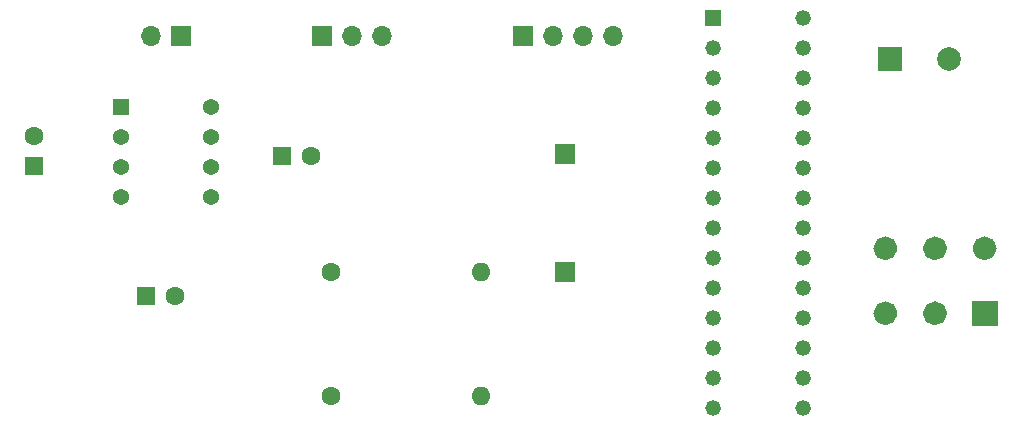
<source format=gbr>
%TF.GenerationSoftware,KiCad,Pcbnew,8.0.8*%
%TF.CreationDate,2025-02-26T21:24:02-07:00*%
%TF.ProjectId,Metal Detector,4d657461-6c20-4446-9574-6563746f722e,rev?*%
%TF.SameCoordinates,Original*%
%TF.FileFunction,Soldermask,Bot*%
%TF.FilePolarity,Negative*%
%FSLAX46Y46*%
G04 Gerber Fmt 4.6, Leading zero omitted, Abs format (unit mm)*
G04 Created by KiCad (PCBNEW 8.0.8) date 2025-02-26 21:24:02*
%MOMM*%
%LPD*%
G01*
G04 APERTURE LIST*
%ADD10C,1.026200*%
%ADD11C,0.010000*%
%ADD12R,1.371600X1.371600*%
%ADD13C,1.371600*%
%ADD14R,1.700000X1.700000*%
%ADD15O,1.700000X1.700000*%
%ADD16C,1.600000*%
%ADD17O,1.600000X1.600000*%
%ADD18R,2.000000X2.000000*%
%ADD19C,2.000000*%
%ADD20R,1.600000X1.600000*%
%ADD21R,1.320800X1.320800*%
%ADD22C,1.320800*%
G04 APERTURE END LIST*
D10*
%TO.C,J2*%
X130113100Y-46500000D02*
G75*
G02*
X129086900Y-46500000I-513100J0D01*
G01*
X129086900Y-46500000D02*
G75*
G02*
X130113100Y-46500000I513100J0D01*
G01*
X130113100Y-52000000D02*
G75*
G02*
X129086900Y-52000000I-513100J0D01*
G01*
X129086900Y-52000000D02*
G75*
G02*
X130113100Y-52000000I513100J0D01*
G01*
X134313100Y-46500000D02*
G75*
G02*
X133286900Y-46500000I-513100J0D01*
G01*
X133286900Y-46500000D02*
G75*
G02*
X134313100Y-46500000I513100J0D01*
G01*
X134313100Y-52000000D02*
G75*
G02*
X133286900Y-52000000I-513100J0D01*
G01*
X133286900Y-52000000D02*
G75*
G02*
X134313100Y-52000000I513100J0D01*
G01*
X138513100Y-46500000D02*
G75*
G02*
X137486900Y-46500000I-513100J0D01*
G01*
X137486900Y-46500000D02*
G75*
G02*
X138513100Y-46500000I513100J0D01*
G01*
D11*
X139026200Y-53026200D02*
X136973800Y-53026200D01*
X136973800Y-50973800D01*
X139026200Y-50973800D01*
X139026200Y-53026200D01*
G36*
X139026200Y-53026200D02*
G01*
X136973800Y-53026200D01*
X136973800Y-50973800D01*
X139026200Y-50973800D01*
X139026200Y-53026200D01*
G37*
%TD*%
D12*
%TO.C,U1*%
X64880000Y-34500000D03*
D13*
X64880000Y-37040000D03*
X64880000Y-39580000D03*
X64880000Y-42120000D03*
X72500000Y-42120000D03*
X72500000Y-39580000D03*
X72500000Y-37040000D03*
X72500000Y-34500000D03*
%TD*%
D14*
%TO.C,J5*%
X102500000Y-48500000D03*
%TD*%
%TO.C,J4*%
X98920000Y-28500000D03*
D15*
X101460000Y-28500000D03*
X104000000Y-28500000D03*
X106540000Y-28500000D03*
%TD*%
D16*
%TO.C,R1*%
X82650000Y-48500000D03*
D17*
X95350000Y-48500000D03*
%TD*%
D14*
%TO.C,J1*%
X70000000Y-28500000D03*
D15*
X67460000Y-28500000D03*
%TD*%
D14*
%TO.C,J3*%
X102500000Y-38500000D03*
%TD*%
D18*
%TO.C,BZ1*%
X130000000Y-30500000D03*
D19*
X135000000Y-30500000D03*
%TD*%
D20*
%TO.C,C1*%
X57500000Y-39500000D03*
D16*
X57500000Y-37000000D03*
%TD*%
D14*
%TO.C,J9*%
X81920000Y-28500000D03*
D15*
X84460000Y-28500000D03*
X87000000Y-28500000D03*
%TD*%
D16*
%TO.C,R2*%
X82650000Y-59000000D03*
D17*
X95350000Y-59000000D03*
%TD*%
D20*
%TO.C,C2*%
X78500000Y-38642500D03*
D16*
X81000000Y-38642500D03*
%TD*%
D21*
%TO.C,U2*%
X115000000Y-27000000D03*
D22*
X115000000Y-29540000D03*
X115000000Y-32080000D03*
X115000000Y-34620000D03*
X115000000Y-37160000D03*
X115000000Y-39700000D03*
X115000000Y-42240000D03*
X115000000Y-44780000D03*
X115000000Y-47320000D03*
X115000000Y-49860000D03*
X115000000Y-52400000D03*
X115000000Y-54940000D03*
X115000000Y-57480000D03*
X115000000Y-60020000D03*
X122620000Y-60020000D03*
X122620000Y-57480000D03*
X122620000Y-54940000D03*
X122620000Y-52400000D03*
X122620000Y-49860000D03*
X122620000Y-47320000D03*
X122620000Y-44780000D03*
X122620000Y-42240000D03*
X122620000Y-39700000D03*
X122620000Y-37160000D03*
X122620000Y-34620000D03*
X122620000Y-32080000D03*
X122620000Y-29540000D03*
X122620000Y-27000000D03*
%TD*%
D20*
%TO.C,C3*%
X67000000Y-50500000D03*
D16*
X69500000Y-50500000D03*
%TD*%
M02*

</source>
